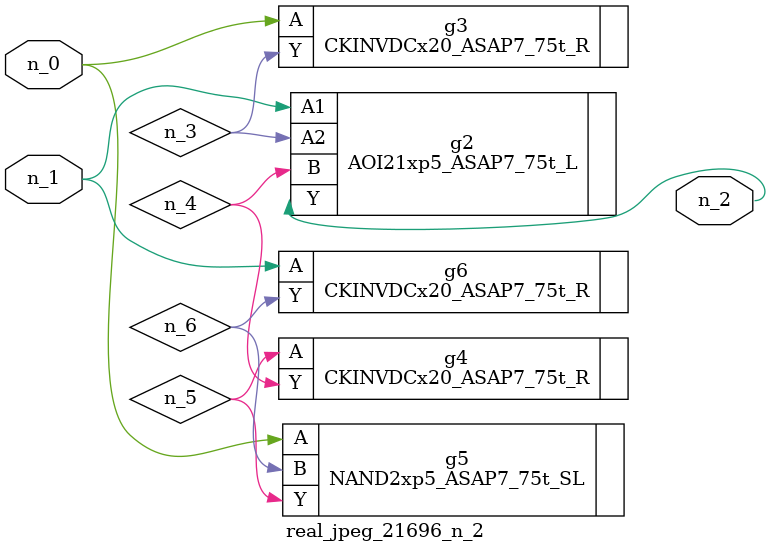
<source format=v>
module real_jpeg_21696_n_2 (n_1, n_0, n_2);

input n_1;
input n_0;

output n_2;

wire n_5;
wire n_4;
wire n_6;
wire n_3;

CKINVDCx20_ASAP7_75t_R g3 ( 
.A(n_0),
.Y(n_3)
);

NAND2xp5_ASAP7_75t_SL g5 ( 
.A(n_0),
.B(n_6),
.Y(n_5)
);

AOI21xp5_ASAP7_75t_L g2 ( 
.A1(n_1),
.A2(n_3),
.B(n_4),
.Y(n_2)
);

CKINVDCx20_ASAP7_75t_R g6 ( 
.A(n_1),
.Y(n_6)
);

CKINVDCx20_ASAP7_75t_R g4 ( 
.A(n_5),
.Y(n_4)
);


endmodule
</source>
